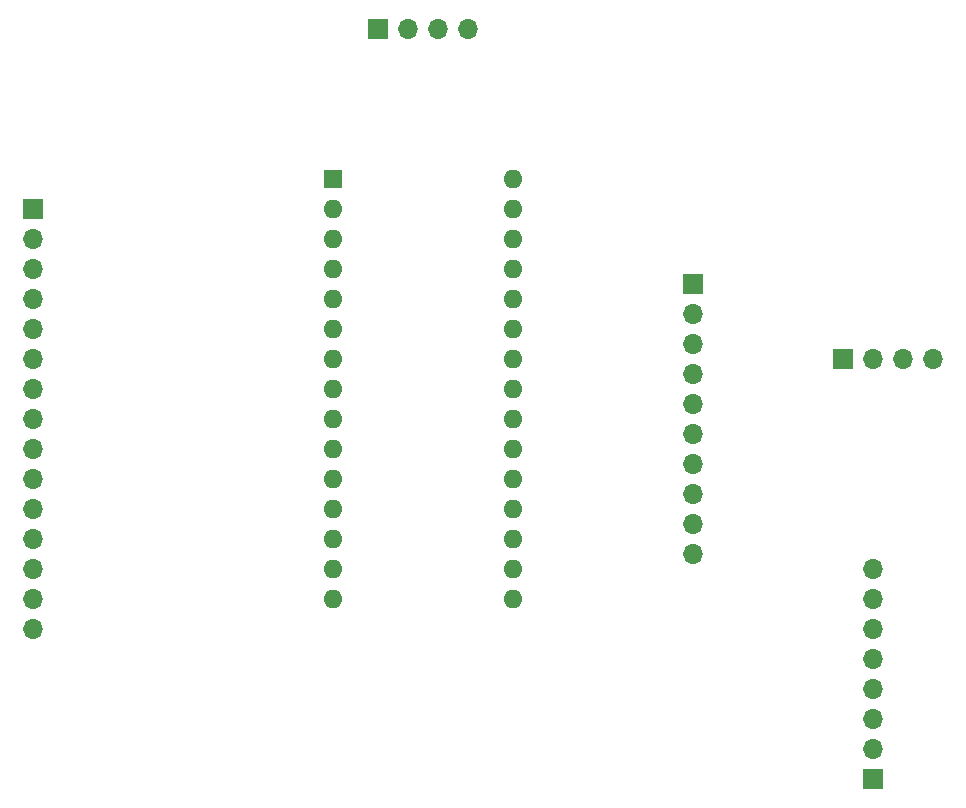
<source format=gbr>
%TF.GenerationSoftware,KiCad,Pcbnew,(6.0.0-0)*%
%TF.CreationDate,2022-01-14T18:13:58-08:00*%
%TF.ProjectId,ArduinoNanoBoard,41726475-696e-46f4-9e61-6e6f426f6172,RedSkull*%
%TF.SameCoordinates,Original*%
%TF.FileFunction,Soldermask,Top*%
%TF.FilePolarity,Negative*%
%FSLAX46Y46*%
G04 Gerber Fmt 4.6, Leading zero omitted, Abs format (unit mm)*
G04 Created by KiCad (PCBNEW (6.0.0-0)) date 2022-01-14 18:13:58*
%MOMM*%
%LPD*%
G01*
G04 APERTURE LIST*
%ADD10R,1.700000X1.700000*%
%ADD11O,1.700000X1.700000*%
%ADD12R,1.600000X1.600000*%
%ADD13O,1.600000X1.600000*%
G04 APERTURE END LIST*
D10*
%TO.C,J5*%
X175260000Y-93980000D03*
D11*
X177800000Y-93980000D03*
X180340000Y-93980000D03*
X182880000Y-93980000D03*
%TD*%
D10*
%TO.C,J4*%
X177800000Y-129540000D03*
D11*
X177800000Y-127000000D03*
X177800000Y-124460000D03*
X177800000Y-121920000D03*
X177800000Y-119380000D03*
X177800000Y-116840000D03*
X177800000Y-114300000D03*
X177800000Y-111760000D03*
%TD*%
D12*
%TO.C,A1*%
X132080000Y-78740000D03*
D13*
X132080000Y-81280000D03*
X132080000Y-83820000D03*
X132080000Y-86360000D03*
X132080000Y-88900000D03*
X132080000Y-91440000D03*
X132080000Y-93980000D03*
X132080000Y-96520000D03*
X132080000Y-99060000D03*
X132080000Y-101600000D03*
X132080000Y-104140000D03*
X132080000Y-106680000D03*
X132080000Y-109220000D03*
X132080000Y-111760000D03*
X132080000Y-114300000D03*
X147320000Y-114300000D03*
X147320000Y-111760000D03*
X147320000Y-109220000D03*
X147320000Y-106680000D03*
X147320000Y-104140000D03*
X147320000Y-101600000D03*
X147320000Y-99060000D03*
X147320000Y-96520000D03*
X147320000Y-93980000D03*
X147320000Y-91440000D03*
X147320000Y-88900000D03*
X147320000Y-86360000D03*
X147320000Y-83820000D03*
X147320000Y-81280000D03*
X147320000Y-78740000D03*
%TD*%
D10*
%TO.C,J1*%
X106680000Y-81285000D03*
D11*
X106680000Y-83825000D03*
X106680000Y-86365000D03*
X106680000Y-88905000D03*
X106680000Y-91445000D03*
X106680000Y-93985000D03*
X106680000Y-96525000D03*
X106680000Y-99065000D03*
X106680000Y-101605000D03*
X106680000Y-104145000D03*
X106680000Y-106685000D03*
X106680000Y-109225000D03*
X106680000Y-111765000D03*
X106680000Y-114305000D03*
X106680000Y-116845000D03*
%TD*%
D10*
%TO.C,J3*%
X162560000Y-87635000D03*
D11*
X162560000Y-90175000D03*
X162560000Y-92715000D03*
X162560000Y-95255000D03*
X162560000Y-97795000D03*
X162560000Y-100335000D03*
X162560000Y-102875000D03*
X162560000Y-105415000D03*
X162560000Y-107955000D03*
X162560000Y-110495000D03*
%TD*%
D10*
%TO.C,J2*%
X135900000Y-66040000D03*
D11*
X138440000Y-66040000D03*
X140980000Y-66040000D03*
X143520000Y-66040000D03*
%TD*%
M02*

</source>
